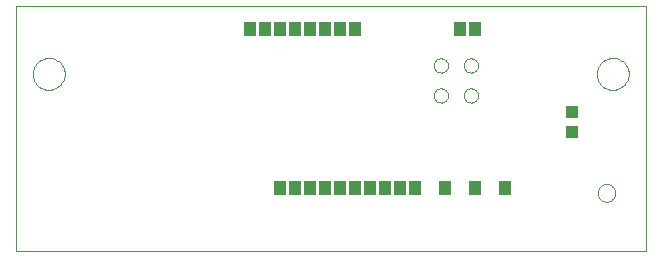
<source format=gtp>
G75*
G70*
%OFA0B0*%
%FSLAX24Y24*%
%IPPOS*%
%LPD*%
%AMOC8*
5,1,8,0,0,1.08239X$1,22.5*
%
%ADD10C,0.0000*%
%ADD11R,0.0394X0.0472*%
%ADD12R,0.0400X0.0390*%
D10*
X000302Y002258D02*
X000302Y010408D01*
X021302Y010408D01*
X021302Y002258D01*
X000302Y002258D01*
X014236Y007438D02*
X014238Y007468D01*
X014244Y007498D01*
X014253Y007527D01*
X014266Y007554D01*
X014283Y007579D01*
X014302Y007602D01*
X014325Y007623D01*
X014350Y007640D01*
X014376Y007654D01*
X014405Y007664D01*
X014434Y007671D01*
X014464Y007674D01*
X014495Y007673D01*
X014525Y007668D01*
X014554Y007659D01*
X014581Y007647D01*
X014607Y007632D01*
X014631Y007613D01*
X014652Y007591D01*
X014670Y007567D01*
X014685Y007540D01*
X014696Y007512D01*
X014704Y007483D01*
X014708Y007453D01*
X014708Y007423D01*
X014704Y007393D01*
X014696Y007364D01*
X014685Y007336D01*
X014670Y007309D01*
X014652Y007285D01*
X014631Y007263D01*
X014607Y007244D01*
X014581Y007229D01*
X014554Y007217D01*
X014525Y007208D01*
X014495Y007203D01*
X014464Y007202D01*
X014434Y007205D01*
X014405Y007212D01*
X014376Y007222D01*
X014350Y007236D01*
X014325Y007253D01*
X014302Y007274D01*
X014283Y007297D01*
X014266Y007322D01*
X014253Y007349D01*
X014244Y007378D01*
X014238Y007408D01*
X014236Y007438D01*
X015236Y007438D02*
X015238Y007468D01*
X015244Y007498D01*
X015253Y007527D01*
X015266Y007554D01*
X015283Y007579D01*
X015302Y007602D01*
X015325Y007623D01*
X015350Y007640D01*
X015376Y007654D01*
X015405Y007664D01*
X015434Y007671D01*
X015464Y007674D01*
X015495Y007673D01*
X015525Y007668D01*
X015554Y007659D01*
X015581Y007647D01*
X015607Y007632D01*
X015631Y007613D01*
X015652Y007591D01*
X015670Y007567D01*
X015685Y007540D01*
X015696Y007512D01*
X015704Y007483D01*
X015708Y007453D01*
X015708Y007423D01*
X015704Y007393D01*
X015696Y007364D01*
X015685Y007336D01*
X015670Y007309D01*
X015652Y007285D01*
X015631Y007263D01*
X015607Y007244D01*
X015581Y007229D01*
X015554Y007217D01*
X015525Y007208D01*
X015495Y007203D01*
X015464Y007202D01*
X015434Y007205D01*
X015405Y007212D01*
X015376Y007222D01*
X015350Y007236D01*
X015325Y007253D01*
X015302Y007274D01*
X015283Y007297D01*
X015266Y007322D01*
X015253Y007349D01*
X015244Y007378D01*
X015238Y007408D01*
X015236Y007438D01*
X015236Y008438D02*
X015238Y008468D01*
X015244Y008498D01*
X015253Y008527D01*
X015266Y008554D01*
X015283Y008579D01*
X015302Y008602D01*
X015325Y008623D01*
X015350Y008640D01*
X015376Y008654D01*
X015405Y008664D01*
X015434Y008671D01*
X015464Y008674D01*
X015495Y008673D01*
X015525Y008668D01*
X015554Y008659D01*
X015581Y008647D01*
X015607Y008632D01*
X015631Y008613D01*
X015652Y008591D01*
X015670Y008567D01*
X015685Y008540D01*
X015696Y008512D01*
X015704Y008483D01*
X015708Y008453D01*
X015708Y008423D01*
X015704Y008393D01*
X015696Y008364D01*
X015685Y008336D01*
X015670Y008309D01*
X015652Y008285D01*
X015631Y008263D01*
X015607Y008244D01*
X015581Y008229D01*
X015554Y008217D01*
X015525Y008208D01*
X015495Y008203D01*
X015464Y008202D01*
X015434Y008205D01*
X015405Y008212D01*
X015376Y008222D01*
X015350Y008236D01*
X015325Y008253D01*
X015302Y008274D01*
X015283Y008297D01*
X015266Y008322D01*
X015253Y008349D01*
X015244Y008378D01*
X015238Y008408D01*
X015236Y008438D01*
X014236Y008438D02*
X014238Y008468D01*
X014244Y008498D01*
X014253Y008527D01*
X014266Y008554D01*
X014283Y008579D01*
X014302Y008602D01*
X014325Y008623D01*
X014350Y008640D01*
X014376Y008654D01*
X014405Y008664D01*
X014434Y008671D01*
X014464Y008674D01*
X014495Y008673D01*
X014525Y008668D01*
X014554Y008659D01*
X014581Y008647D01*
X014607Y008632D01*
X014631Y008613D01*
X014652Y008591D01*
X014670Y008567D01*
X014685Y008540D01*
X014696Y008512D01*
X014704Y008483D01*
X014708Y008453D01*
X014708Y008423D01*
X014704Y008393D01*
X014696Y008364D01*
X014685Y008336D01*
X014670Y008309D01*
X014652Y008285D01*
X014631Y008263D01*
X014607Y008244D01*
X014581Y008229D01*
X014554Y008217D01*
X014525Y008208D01*
X014495Y008203D01*
X014464Y008202D01*
X014434Y008205D01*
X014405Y008212D01*
X014376Y008222D01*
X014350Y008236D01*
X014325Y008253D01*
X014302Y008274D01*
X014283Y008297D01*
X014266Y008322D01*
X014253Y008349D01*
X014244Y008378D01*
X014238Y008408D01*
X014236Y008438D01*
X019671Y008158D02*
X019673Y008204D01*
X019679Y008249D01*
X019689Y008294D01*
X019702Y008337D01*
X019719Y008380D01*
X019740Y008420D01*
X019764Y008459D01*
X019792Y008495D01*
X019823Y008529D01*
X019856Y008561D01*
X019892Y008589D01*
X019930Y008614D01*
X019970Y008636D01*
X020012Y008654D01*
X020055Y008668D01*
X020100Y008679D01*
X020145Y008686D01*
X020191Y008689D01*
X020236Y008688D01*
X020282Y008683D01*
X020327Y008674D01*
X020370Y008662D01*
X020413Y008645D01*
X020454Y008625D01*
X020493Y008602D01*
X020531Y008575D01*
X020565Y008545D01*
X020597Y008513D01*
X020626Y008477D01*
X020652Y008440D01*
X020675Y008400D01*
X020694Y008359D01*
X020709Y008316D01*
X020721Y008271D01*
X020729Y008226D01*
X020733Y008181D01*
X020733Y008135D01*
X020729Y008090D01*
X020721Y008045D01*
X020709Y008000D01*
X020694Y007957D01*
X020675Y007916D01*
X020652Y007876D01*
X020626Y007839D01*
X020597Y007803D01*
X020565Y007771D01*
X020531Y007741D01*
X020493Y007714D01*
X020454Y007691D01*
X020413Y007671D01*
X020370Y007654D01*
X020327Y007642D01*
X020282Y007633D01*
X020236Y007628D01*
X020191Y007627D01*
X020145Y007630D01*
X020100Y007637D01*
X020055Y007648D01*
X020012Y007662D01*
X019970Y007680D01*
X019930Y007702D01*
X019892Y007727D01*
X019856Y007755D01*
X019823Y007787D01*
X019792Y007821D01*
X019764Y007857D01*
X019740Y007896D01*
X019719Y007936D01*
X019702Y007979D01*
X019689Y008022D01*
X019679Y008067D01*
X019673Y008112D01*
X019671Y008158D01*
X019696Y004188D02*
X019698Y004222D01*
X019704Y004256D01*
X019714Y004289D01*
X019727Y004320D01*
X019745Y004350D01*
X019765Y004378D01*
X019789Y004403D01*
X019815Y004425D01*
X019843Y004443D01*
X019874Y004459D01*
X019906Y004471D01*
X019940Y004479D01*
X019974Y004483D01*
X020008Y004483D01*
X020042Y004479D01*
X020076Y004471D01*
X020108Y004459D01*
X020138Y004443D01*
X020167Y004425D01*
X020193Y004403D01*
X020217Y004378D01*
X020237Y004350D01*
X020255Y004320D01*
X020268Y004289D01*
X020278Y004256D01*
X020284Y004222D01*
X020286Y004188D01*
X020284Y004154D01*
X020278Y004120D01*
X020268Y004087D01*
X020255Y004056D01*
X020237Y004026D01*
X020217Y003998D01*
X020193Y003973D01*
X020167Y003951D01*
X020139Y003933D01*
X020108Y003917D01*
X020076Y003905D01*
X020042Y003897D01*
X020008Y003893D01*
X019974Y003893D01*
X019940Y003897D01*
X019906Y003905D01*
X019874Y003917D01*
X019843Y003933D01*
X019815Y003951D01*
X019789Y003973D01*
X019765Y003998D01*
X019745Y004026D01*
X019727Y004056D01*
X019714Y004087D01*
X019704Y004120D01*
X019698Y004154D01*
X019696Y004188D01*
X000871Y008158D02*
X000873Y008204D01*
X000879Y008249D01*
X000889Y008294D01*
X000902Y008337D01*
X000919Y008380D01*
X000940Y008420D01*
X000964Y008459D01*
X000992Y008495D01*
X001023Y008529D01*
X001056Y008561D01*
X001092Y008589D01*
X001130Y008614D01*
X001170Y008636D01*
X001212Y008654D01*
X001255Y008668D01*
X001300Y008679D01*
X001345Y008686D01*
X001391Y008689D01*
X001436Y008688D01*
X001482Y008683D01*
X001527Y008674D01*
X001570Y008662D01*
X001613Y008645D01*
X001654Y008625D01*
X001693Y008602D01*
X001731Y008575D01*
X001765Y008545D01*
X001797Y008513D01*
X001826Y008477D01*
X001852Y008440D01*
X001875Y008400D01*
X001894Y008359D01*
X001909Y008316D01*
X001921Y008271D01*
X001929Y008226D01*
X001933Y008181D01*
X001933Y008135D01*
X001929Y008090D01*
X001921Y008045D01*
X001909Y008000D01*
X001894Y007957D01*
X001875Y007916D01*
X001852Y007876D01*
X001826Y007839D01*
X001797Y007803D01*
X001765Y007771D01*
X001731Y007741D01*
X001693Y007714D01*
X001654Y007691D01*
X001613Y007671D01*
X001570Y007654D01*
X001527Y007642D01*
X001482Y007633D01*
X001436Y007628D01*
X001391Y007627D01*
X001345Y007630D01*
X001300Y007637D01*
X001255Y007648D01*
X001212Y007662D01*
X001170Y007680D01*
X001130Y007702D01*
X001092Y007727D01*
X001056Y007755D01*
X001023Y007787D01*
X000992Y007821D01*
X000964Y007857D01*
X000940Y007896D01*
X000919Y007936D01*
X000902Y007979D01*
X000889Y008022D01*
X000879Y008067D01*
X000873Y008112D01*
X000871Y008158D01*
D11*
X008122Y009660D03*
X008622Y009660D03*
X009122Y009660D03*
X009622Y009660D03*
X010122Y009660D03*
X010622Y009660D03*
X011122Y009660D03*
X011622Y009660D03*
X015122Y009660D03*
X015622Y009660D03*
X015622Y004360D03*
X014622Y004360D03*
X013622Y004360D03*
X013122Y004360D03*
X012622Y004360D03*
X012122Y004360D03*
X011622Y004360D03*
X011122Y004360D03*
X010622Y004360D03*
X010122Y004360D03*
X009622Y004360D03*
X009122Y004360D03*
X016622Y004360D03*
D12*
X018832Y006223D03*
X018832Y006892D03*
M02*

</source>
